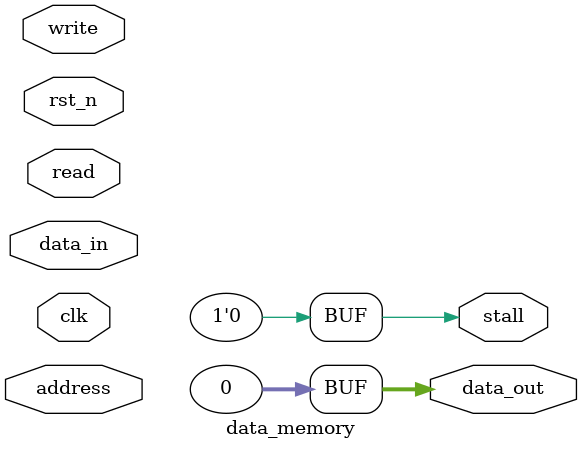
<source format=sv>
module data_memory(
	input clk, rst_n,
	input [15:0] address,
	input [31:0] data_in,
	input read,
	input write,
	output [31:0] data_out,
	output stall,
);

assign data_out = 31'b0;
assign stall = 1'b0;

// TODO make some dummy lag on read/write

endmodule

</source>
